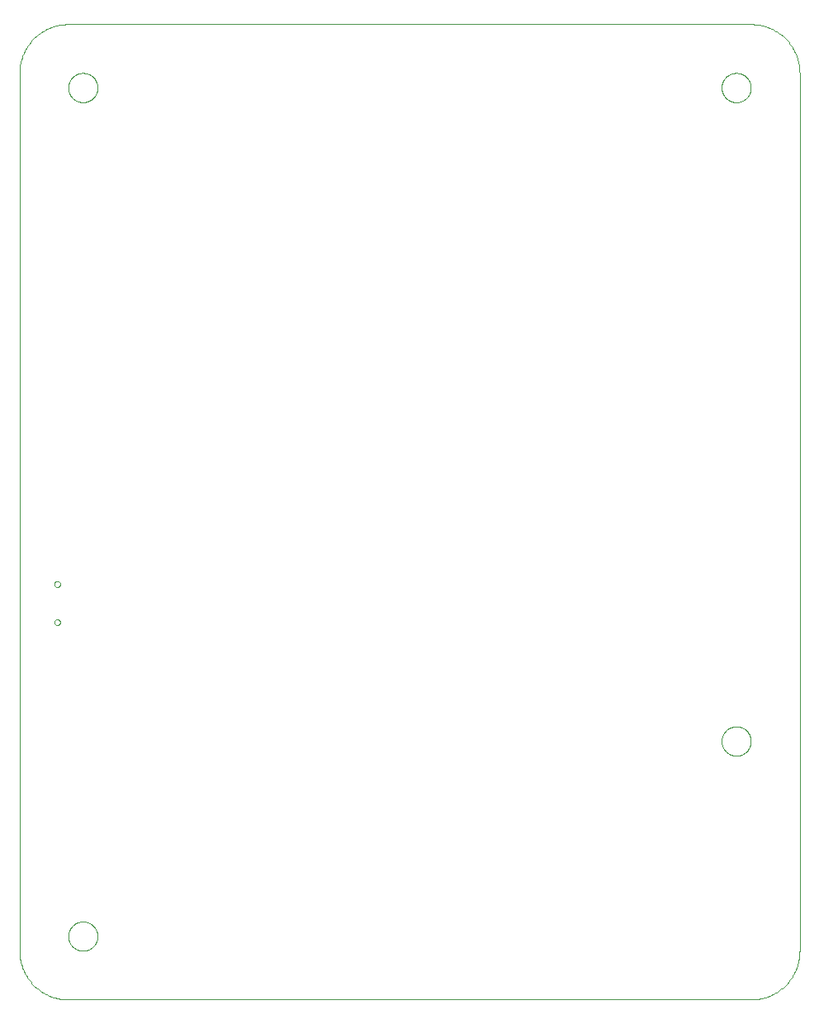
<source format=gbp>
G75*
%MOIN*%
%OFA0B0*%
%FSLAX25Y25*%
%IPPOS*%
%LPD*%
%AMOC8*
5,1,8,0,0,1.08239X$1,22.5*
%
%ADD10C,0.00000*%
D10*
X0021500Y0036185D02*
X0021500Y0390516D01*
X0021506Y0390992D01*
X0021523Y0391467D01*
X0021552Y0391942D01*
X0021592Y0392416D01*
X0021644Y0392889D01*
X0021707Y0393360D01*
X0021781Y0393830D01*
X0021867Y0394298D01*
X0021964Y0394764D01*
X0022072Y0395227D01*
X0022191Y0395687D01*
X0022322Y0396145D01*
X0022463Y0396599D01*
X0022616Y0397050D01*
X0022779Y0397496D01*
X0022953Y0397939D01*
X0023138Y0398377D01*
X0023333Y0398811D01*
X0023539Y0399240D01*
X0023755Y0399664D01*
X0023981Y0400083D01*
X0024217Y0400496D01*
X0024463Y0400903D01*
X0024719Y0401304D01*
X0024985Y0401698D01*
X0025260Y0402087D01*
X0025544Y0402468D01*
X0025837Y0402842D01*
X0026139Y0403210D01*
X0026451Y0403570D01*
X0026770Y0403922D01*
X0027098Y0404266D01*
X0027435Y0404603D01*
X0027779Y0404931D01*
X0028131Y0405250D01*
X0028491Y0405562D01*
X0028859Y0405864D01*
X0029233Y0406157D01*
X0029614Y0406441D01*
X0030003Y0406716D01*
X0030397Y0406982D01*
X0030798Y0407238D01*
X0031205Y0407484D01*
X0031618Y0407720D01*
X0032037Y0407946D01*
X0032461Y0408162D01*
X0032890Y0408368D01*
X0033324Y0408563D01*
X0033762Y0408748D01*
X0034205Y0408922D01*
X0034651Y0409085D01*
X0035102Y0409238D01*
X0035556Y0409379D01*
X0036014Y0409510D01*
X0036474Y0409629D01*
X0036937Y0409737D01*
X0037403Y0409834D01*
X0037871Y0409920D01*
X0038341Y0409994D01*
X0038812Y0410057D01*
X0039285Y0410109D01*
X0039759Y0410149D01*
X0040234Y0410178D01*
X0040709Y0410195D01*
X0041185Y0410201D01*
X0316776Y0410201D01*
X0317252Y0410195D01*
X0317727Y0410178D01*
X0318202Y0410149D01*
X0318676Y0410109D01*
X0319149Y0410057D01*
X0319620Y0409994D01*
X0320090Y0409920D01*
X0320558Y0409834D01*
X0321024Y0409737D01*
X0321487Y0409629D01*
X0321947Y0409510D01*
X0322405Y0409379D01*
X0322859Y0409238D01*
X0323310Y0409085D01*
X0323756Y0408922D01*
X0324199Y0408748D01*
X0324637Y0408563D01*
X0325071Y0408368D01*
X0325500Y0408162D01*
X0325924Y0407946D01*
X0326343Y0407720D01*
X0326756Y0407484D01*
X0327163Y0407238D01*
X0327564Y0406982D01*
X0327958Y0406716D01*
X0328347Y0406441D01*
X0328728Y0406157D01*
X0329102Y0405864D01*
X0329470Y0405562D01*
X0329830Y0405250D01*
X0330182Y0404931D01*
X0330526Y0404603D01*
X0330863Y0404266D01*
X0331191Y0403922D01*
X0331510Y0403570D01*
X0331822Y0403210D01*
X0332124Y0402842D01*
X0332417Y0402468D01*
X0332701Y0402087D01*
X0332976Y0401698D01*
X0333242Y0401304D01*
X0333498Y0400903D01*
X0333744Y0400496D01*
X0333980Y0400083D01*
X0334206Y0399664D01*
X0334422Y0399240D01*
X0334628Y0398811D01*
X0334823Y0398377D01*
X0335008Y0397939D01*
X0335182Y0397496D01*
X0335345Y0397050D01*
X0335498Y0396599D01*
X0335639Y0396145D01*
X0335770Y0395687D01*
X0335889Y0395227D01*
X0335997Y0394764D01*
X0336094Y0394298D01*
X0336180Y0393830D01*
X0336254Y0393360D01*
X0336317Y0392889D01*
X0336369Y0392416D01*
X0336409Y0391942D01*
X0336438Y0391467D01*
X0336455Y0390992D01*
X0336461Y0390516D01*
X0336461Y0036185D01*
X0336455Y0035709D01*
X0336438Y0035234D01*
X0336409Y0034759D01*
X0336369Y0034285D01*
X0336317Y0033812D01*
X0336254Y0033341D01*
X0336180Y0032871D01*
X0336094Y0032403D01*
X0335997Y0031937D01*
X0335889Y0031474D01*
X0335770Y0031014D01*
X0335639Y0030556D01*
X0335498Y0030102D01*
X0335345Y0029651D01*
X0335182Y0029205D01*
X0335008Y0028762D01*
X0334823Y0028324D01*
X0334628Y0027890D01*
X0334422Y0027461D01*
X0334206Y0027037D01*
X0333980Y0026618D01*
X0333744Y0026205D01*
X0333498Y0025798D01*
X0333242Y0025397D01*
X0332976Y0025003D01*
X0332701Y0024614D01*
X0332417Y0024233D01*
X0332124Y0023859D01*
X0331822Y0023491D01*
X0331510Y0023131D01*
X0331191Y0022779D01*
X0330863Y0022435D01*
X0330526Y0022098D01*
X0330182Y0021770D01*
X0329830Y0021451D01*
X0329470Y0021139D01*
X0329102Y0020837D01*
X0328728Y0020544D01*
X0328347Y0020260D01*
X0327958Y0019985D01*
X0327564Y0019719D01*
X0327163Y0019463D01*
X0326756Y0019217D01*
X0326343Y0018981D01*
X0325924Y0018755D01*
X0325500Y0018539D01*
X0325071Y0018333D01*
X0324637Y0018138D01*
X0324199Y0017953D01*
X0323756Y0017779D01*
X0323310Y0017616D01*
X0322859Y0017463D01*
X0322405Y0017322D01*
X0321947Y0017191D01*
X0321487Y0017072D01*
X0321024Y0016964D01*
X0320558Y0016867D01*
X0320090Y0016781D01*
X0319620Y0016707D01*
X0319149Y0016644D01*
X0318676Y0016592D01*
X0318202Y0016552D01*
X0317727Y0016523D01*
X0317252Y0016506D01*
X0316776Y0016500D01*
X0041185Y0016500D01*
X0040709Y0016506D01*
X0040234Y0016523D01*
X0039759Y0016552D01*
X0039285Y0016592D01*
X0038812Y0016644D01*
X0038341Y0016707D01*
X0037871Y0016781D01*
X0037403Y0016867D01*
X0036937Y0016964D01*
X0036474Y0017072D01*
X0036014Y0017191D01*
X0035556Y0017322D01*
X0035102Y0017463D01*
X0034651Y0017616D01*
X0034205Y0017779D01*
X0033762Y0017953D01*
X0033324Y0018138D01*
X0032890Y0018333D01*
X0032461Y0018539D01*
X0032037Y0018755D01*
X0031618Y0018981D01*
X0031205Y0019217D01*
X0030798Y0019463D01*
X0030397Y0019719D01*
X0030003Y0019985D01*
X0029614Y0020260D01*
X0029233Y0020544D01*
X0028859Y0020837D01*
X0028491Y0021139D01*
X0028131Y0021451D01*
X0027779Y0021770D01*
X0027435Y0022098D01*
X0027098Y0022435D01*
X0026770Y0022779D01*
X0026451Y0023131D01*
X0026139Y0023491D01*
X0025837Y0023859D01*
X0025544Y0024233D01*
X0025260Y0024614D01*
X0024985Y0025003D01*
X0024719Y0025397D01*
X0024463Y0025798D01*
X0024217Y0026205D01*
X0023981Y0026618D01*
X0023755Y0027037D01*
X0023539Y0027461D01*
X0023333Y0027890D01*
X0023138Y0028324D01*
X0022953Y0028762D01*
X0022779Y0029205D01*
X0022616Y0029651D01*
X0022463Y0030102D01*
X0022322Y0030556D01*
X0022191Y0031014D01*
X0022072Y0031474D01*
X0021964Y0031937D01*
X0021867Y0032403D01*
X0021781Y0032871D01*
X0021707Y0033341D01*
X0021644Y0033812D01*
X0021592Y0034285D01*
X0021552Y0034759D01*
X0021523Y0035234D01*
X0021506Y0035709D01*
X0021500Y0036185D01*
X0041185Y0042091D02*
X0041187Y0042244D01*
X0041193Y0042398D01*
X0041203Y0042551D01*
X0041217Y0042703D01*
X0041235Y0042856D01*
X0041257Y0043007D01*
X0041282Y0043158D01*
X0041312Y0043309D01*
X0041346Y0043459D01*
X0041383Y0043607D01*
X0041424Y0043755D01*
X0041469Y0043901D01*
X0041518Y0044047D01*
X0041571Y0044191D01*
X0041627Y0044333D01*
X0041687Y0044474D01*
X0041751Y0044614D01*
X0041818Y0044752D01*
X0041889Y0044888D01*
X0041964Y0045022D01*
X0042041Y0045154D01*
X0042123Y0045284D01*
X0042207Y0045412D01*
X0042295Y0045538D01*
X0042386Y0045661D01*
X0042480Y0045782D01*
X0042578Y0045900D01*
X0042678Y0046016D01*
X0042782Y0046129D01*
X0042888Y0046240D01*
X0042997Y0046348D01*
X0043109Y0046453D01*
X0043223Y0046554D01*
X0043341Y0046653D01*
X0043460Y0046749D01*
X0043582Y0046842D01*
X0043707Y0046931D01*
X0043834Y0047018D01*
X0043963Y0047100D01*
X0044094Y0047180D01*
X0044227Y0047256D01*
X0044362Y0047329D01*
X0044499Y0047398D01*
X0044638Y0047463D01*
X0044778Y0047525D01*
X0044920Y0047583D01*
X0045063Y0047638D01*
X0045208Y0047689D01*
X0045354Y0047736D01*
X0045501Y0047779D01*
X0045649Y0047818D01*
X0045798Y0047854D01*
X0045948Y0047885D01*
X0046099Y0047913D01*
X0046250Y0047937D01*
X0046403Y0047957D01*
X0046555Y0047973D01*
X0046708Y0047985D01*
X0046861Y0047993D01*
X0047014Y0047997D01*
X0047168Y0047997D01*
X0047321Y0047993D01*
X0047474Y0047985D01*
X0047627Y0047973D01*
X0047779Y0047957D01*
X0047932Y0047937D01*
X0048083Y0047913D01*
X0048234Y0047885D01*
X0048384Y0047854D01*
X0048533Y0047818D01*
X0048681Y0047779D01*
X0048828Y0047736D01*
X0048974Y0047689D01*
X0049119Y0047638D01*
X0049262Y0047583D01*
X0049404Y0047525D01*
X0049544Y0047463D01*
X0049683Y0047398D01*
X0049820Y0047329D01*
X0049955Y0047256D01*
X0050088Y0047180D01*
X0050219Y0047100D01*
X0050348Y0047018D01*
X0050475Y0046931D01*
X0050600Y0046842D01*
X0050722Y0046749D01*
X0050841Y0046653D01*
X0050959Y0046554D01*
X0051073Y0046453D01*
X0051185Y0046348D01*
X0051294Y0046240D01*
X0051400Y0046129D01*
X0051504Y0046016D01*
X0051604Y0045900D01*
X0051702Y0045782D01*
X0051796Y0045661D01*
X0051887Y0045538D01*
X0051975Y0045412D01*
X0052059Y0045284D01*
X0052141Y0045154D01*
X0052218Y0045022D01*
X0052293Y0044888D01*
X0052364Y0044752D01*
X0052431Y0044614D01*
X0052495Y0044474D01*
X0052555Y0044333D01*
X0052611Y0044191D01*
X0052664Y0044047D01*
X0052713Y0043901D01*
X0052758Y0043755D01*
X0052799Y0043607D01*
X0052836Y0043459D01*
X0052870Y0043309D01*
X0052900Y0043158D01*
X0052925Y0043007D01*
X0052947Y0042856D01*
X0052965Y0042703D01*
X0052979Y0042551D01*
X0052989Y0042398D01*
X0052995Y0042244D01*
X0052997Y0042091D01*
X0052995Y0041938D01*
X0052989Y0041784D01*
X0052979Y0041631D01*
X0052965Y0041479D01*
X0052947Y0041326D01*
X0052925Y0041175D01*
X0052900Y0041024D01*
X0052870Y0040873D01*
X0052836Y0040723D01*
X0052799Y0040575D01*
X0052758Y0040427D01*
X0052713Y0040281D01*
X0052664Y0040135D01*
X0052611Y0039991D01*
X0052555Y0039849D01*
X0052495Y0039708D01*
X0052431Y0039568D01*
X0052364Y0039430D01*
X0052293Y0039294D01*
X0052218Y0039160D01*
X0052141Y0039028D01*
X0052059Y0038898D01*
X0051975Y0038770D01*
X0051887Y0038644D01*
X0051796Y0038521D01*
X0051702Y0038400D01*
X0051604Y0038282D01*
X0051504Y0038166D01*
X0051400Y0038053D01*
X0051294Y0037942D01*
X0051185Y0037834D01*
X0051073Y0037729D01*
X0050959Y0037628D01*
X0050841Y0037529D01*
X0050722Y0037433D01*
X0050600Y0037340D01*
X0050475Y0037251D01*
X0050348Y0037164D01*
X0050219Y0037082D01*
X0050088Y0037002D01*
X0049955Y0036926D01*
X0049820Y0036853D01*
X0049683Y0036784D01*
X0049544Y0036719D01*
X0049404Y0036657D01*
X0049262Y0036599D01*
X0049119Y0036544D01*
X0048974Y0036493D01*
X0048828Y0036446D01*
X0048681Y0036403D01*
X0048533Y0036364D01*
X0048384Y0036328D01*
X0048234Y0036297D01*
X0048083Y0036269D01*
X0047932Y0036245D01*
X0047779Y0036225D01*
X0047627Y0036209D01*
X0047474Y0036197D01*
X0047321Y0036189D01*
X0047168Y0036185D01*
X0047014Y0036185D01*
X0046861Y0036189D01*
X0046708Y0036197D01*
X0046555Y0036209D01*
X0046403Y0036225D01*
X0046250Y0036245D01*
X0046099Y0036269D01*
X0045948Y0036297D01*
X0045798Y0036328D01*
X0045649Y0036364D01*
X0045501Y0036403D01*
X0045354Y0036446D01*
X0045208Y0036493D01*
X0045063Y0036544D01*
X0044920Y0036599D01*
X0044778Y0036657D01*
X0044638Y0036719D01*
X0044499Y0036784D01*
X0044362Y0036853D01*
X0044227Y0036926D01*
X0044094Y0037002D01*
X0043963Y0037082D01*
X0043834Y0037164D01*
X0043707Y0037251D01*
X0043582Y0037340D01*
X0043460Y0037433D01*
X0043341Y0037529D01*
X0043223Y0037628D01*
X0043109Y0037729D01*
X0042997Y0037834D01*
X0042888Y0037942D01*
X0042782Y0038053D01*
X0042678Y0038166D01*
X0042578Y0038282D01*
X0042480Y0038400D01*
X0042386Y0038521D01*
X0042295Y0038644D01*
X0042207Y0038770D01*
X0042123Y0038898D01*
X0042041Y0039028D01*
X0041964Y0039160D01*
X0041889Y0039294D01*
X0041818Y0039430D01*
X0041751Y0039568D01*
X0041687Y0039708D01*
X0041627Y0039849D01*
X0041571Y0039991D01*
X0041518Y0040135D01*
X0041469Y0040281D01*
X0041424Y0040427D01*
X0041383Y0040575D01*
X0041346Y0040723D01*
X0041312Y0040873D01*
X0041282Y0041024D01*
X0041257Y0041175D01*
X0041235Y0041326D01*
X0041217Y0041479D01*
X0041203Y0041631D01*
X0041193Y0041784D01*
X0041187Y0041938D01*
X0041185Y0042091D01*
X0035587Y0168823D02*
X0035589Y0168892D01*
X0035595Y0168960D01*
X0035605Y0169028D01*
X0035619Y0169095D01*
X0035637Y0169162D01*
X0035658Y0169227D01*
X0035684Y0169291D01*
X0035713Y0169353D01*
X0035745Y0169413D01*
X0035781Y0169472D01*
X0035821Y0169528D01*
X0035863Y0169582D01*
X0035909Y0169633D01*
X0035958Y0169682D01*
X0036009Y0169728D01*
X0036063Y0169770D01*
X0036119Y0169810D01*
X0036177Y0169846D01*
X0036238Y0169878D01*
X0036300Y0169907D01*
X0036364Y0169933D01*
X0036429Y0169954D01*
X0036496Y0169972D01*
X0036563Y0169986D01*
X0036631Y0169996D01*
X0036699Y0170002D01*
X0036768Y0170004D01*
X0036837Y0170002D01*
X0036905Y0169996D01*
X0036973Y0169986D01*
X0037040Y0169972D01*
X0037107Y0169954D01*
X0037172Y0169933D01*
X0037236Y0169907D01*
X0037298Y0169878D01*
X0037358Y0169846D01*
X0037417Y0169810D01*
X0037473Y0169770D01*
X0037527Y0169728D01*
X0037578Y0169682D01*
X0037627Y0169633D01*
X0037673Y0169582D01*
X0037715Y0169528D01*
X0037755Y0169472D01*
X0037791Y0169413D01*
X0037823Y0169353D01*
X0037852Y0169291D01*
X0037878Y0169227D01*
X0037899Y0169162D01*
X0037917Y0169095D01*
X0037931Y0169028D01*
X0037941Y0168960D01*
X0037947Y0168892D01*
X0037949Y0168823D01*
X0037947Y0168754D01*
X0037941Y0168686D01*
X0037931Y0168618D01*
X0037917Y0168551D01*
X0037899Y0168484D01*
X0037878Y0168419D01*
X0037852Y0168355D01*
X0037823Y0168293D01*
X0037791Y0168232D01*
X0037755Y0168174D01*
X0037715Y0168118D01*
X0037673Y0168064D01*
X0037627Y0168013D01*
X0037578Y0167964D01*
X0037527Y0167918D01*
X0037473Y0167876D01*
X0037417Y0167836D01*
X0037359Y0167800D01*
X0037298Y0167768D01*
X0037236Y0167739D01*
X0037172Y0167713D01*
X0037107Y0167692D01*
X0037040Y0167674D01*
X0036973Y0167660D01*
X0036905Y0167650D01*
X0036837Y0167644D01*
X0036768Y0167642D01*
X0036699Y0167644D01*
X0036631Y0167650D01*
X0036563Y0167660D01*
X0036496Y0167674D01*
X0036429Y0167692D01*
X0036364Y0167713D01*
X0036300Y0167739D01*
X0036238Y0167768D01*
X0036177Y0167800D01*
X0036119Y0167836D01*
X0036063Y0167876D01*
X0036009Y0167918D01*
X0035958Y0167964D01*
X0035909Y0168013D01*
X0035863Y0168064D01*
X0035821Y0168118D01*
X0035781Y0168174D01*
X0035745Y0168232D01*
X0035713Y0168293D01*
X0035684Y0168355D01*
X0035658Y0168419D01*
X0035637Y0168484D01*
X0035619Y0168551D01*
X0035605Y0168618D01*
X0035595Y0168686D01*
X0035589Y0168754D01*
X0035587Y0168823D01*
X0035587Y0184177D02*
X0035589Y0184246D01*
X0035595Y0184314D01*
X0035605Y0184382D01*
X0035619Y0184449D01*
X0035637Y0184516D01*
X0035658Y0184581D01*
X0035684Y0184645D01*
X0035713Y0184707D01*
X0035745Y0184767D01*
X0035781Y0184826D01*
X0035821Y0184882D01*
X0035863Y0184936D01*
X0035909Y0184987D01*
X0035958Y0185036D01*
X0036009Y0185082D01*
X0036063Y0185124D01*
X0036119Y0185164D01*
X0036177Y0185200D01*
X0036238Y0185232D01*
X0036300Y0185261D01*
X0036364Y0185287D01*
X0036429Y0185308D01*
X0036496Y0185326D01*
X0036563Y0185340D01*
X0036631Y0185350D01*
X0036699Y0185356D01*
X0036768Y0185358D01*
X0036837Y0185356D01*
X0036905Y0185350D01*
X0036973Y0185340D01*
X0037040Y0185326D01*
X0037107Y0185308D01*
X0037172Y0185287D01*
X0037236Y0185261D01*
X0037298Y0185232D01*
X0037358Y0185200D01*
X0037417Y0185164D01*
X0037473Y0185124D01*
X0037527Y0185082D01*
X0037578Y0185036D01*
X0037627Y0184987D01*
X0037673Y0184936D01*
X0037715Y0184882D01*
X0037755Y0184826D01*
X0037791Y0184767D01*
X0037823Y0184707D01*
X0037852Y0184645D01*
X0037878Y0184581D01*
X0037899Y0184516D01*
X0037917Y0184449D01*
X0037931Y0184382D01*
X0037941Y0184314D01*
X0037947Y0184246D01*
X0037949Y0184177D01*
X0037947Y0184108D01*
X0037941Y0184040D01*
X0037931Y0183972D01*
X0037917Y0183905D01*
X0037899Y0183838D01*
X0037878Y0183773D01*
X0037852Y0183709D01*
X0037823Y0183647D01*
X0037791Y0183586D01*
X0037755Y0183528D01*
X0037715Y0183472D01*
X0037673Y0183418D01*
X0037627Y0183367D01*
X0037578Y0183318D01*
X0037527Y0183272D01*
X0037473Y0183230D01*
X0037417Y0183190D01*
X0037359Y0183154D01*
X0037298Y0183122D01*
X0037236Y0183093D01*
X0037172Y0183067D01*
X0037107Y0183046D01*
X0037040Y0183028D01*
X0036973Y0183014D01*
X0036905Y0183004D01*
X0036837Y0182998D01*
X0036768Y0182996D01*
X0036699Y0182998D01*
X0036631Y0183004D01*
X0036563Y0183014D01*
X0036496Y0183028D01*
X0036429Y0183046D01*
X0036364Y0183067D01*
X0036300Y0183093D01*
X0036238Y0183122D01*
X0036177Y0183154D01*
X0036119Y0183190D01*
X0036063Y0183230D01*
X0036009Y0183272D01*
X0035958Y0183318D01*
X0035909Y0183367D01*
X0035863Y0183418D01*
X0035821Y0183472D01*
X0035781Y0183528D01*
X0035745Y0183586D01*
X0035713Y0183647D01*
X0035684Y0183709D01*
X0035658Y0183773D01*
X0035637Y0183838D01*
X0035619Y0183905D01*
X0035605Y0183972D01*
X0035595Y0184040D01*
X0035589Y0184108D01*
X0035587Y0184177D01*
X0041185Y0384610D02*
X0041187Y0384763D01*
X0041193Y0384917D01*
X0041203Y0385070D01*
X0041217Y0385222D01*
X0041235Y0385375D01*
X0041257Y0385526D01*
X0041282Y0385677D01*
X0041312Y0385828D01*
X0041346Y0385978D01*
X0041383Y0386126D01*
X0041424Y0386274D01*
X0041469Y0386420D01*
X0041518Y0386566D01*
X0041571Y0386710D01*
X0041627Y0386852D01*
X0041687Y0386993D01*
X0041751Y0387133D01*
X0041818Y0387271D01*
X0041889Y0387407D01*
X0041964Y0387541D01*
X0042041Y0387673D01*
X0042123Y0387803D01*
X0042207Y0387931D01*
X0042295Y0388057D01*
X0042386Y0388180D01*
X0042480Y0388301D01*
X0042578Y0388419D01*
X0042678Y0388535D01*
X0042782Y0388648D01*
X0042888Y0388759D01*
X0042997Y0388867D01*
X0043109Y0388972D01*
X0043223Y0389073D01*
X0043341Y0389172D01*
X0043460Y0389268D01*
X0043582Y0389361D01*
X0043707Y0389450D01*
X0043834Y0389537D01*
X0043963Y0389619D01*
X0044094Y0389699D01*
X0044227Y0389775D01*
X0044362Y0389848D01*
X0044499Y0389917D01*
X0044638Y0389982D01*
X0044778Y0390044D01*
X0044920Y0390102D01*
X0045063Y0390157D01*
X0045208Y0390208D01*
X0045354Y0390255D01*
X0045501Y0390298D01*
X0045649Y0390337D01*
X0045798Y0390373D01*
X0045948Y0390404D01*
X0046099Y0390432D01*
X0046250Y0390456D01*
X0046403Y0390476D01*
X0046555Y0390492D01*
X0046708Y0390504D01*
X0046861Y0390512D01*
X0047014Y0390516D01*
X0047168Y0390516D01*
X0047321Y0390512D01*
X0047474Y0390504D01*
X0047627Y0390492D01*
X0047779Y0390476D01*
X0047932Y0390456D01*
X0048083Y0390432D01*
X0048234Y0390404D01*
X0048384Y0390373D01*
X0048533Y0390337D01*
X0048681Y0390298D01*
X0048828Y0390255D01*
X0048974Y0390208D01*
X0049119Y0390157D01*
X0049262Y0390102D01*
X0049404Y0390044D01*
X0049544Y0389982D01*
X0049683Y0389917D01*
X0049820Y0389848D01*
X0049955Y0389775D01*
X0050088Y0389699D01*
X0050219Y0389619D01*
X0050348Y0389537D01*
X0050475Y0389450D01*
X0050600Y0389361D01*
X0050722Y0389268D01*
X0050841Y0389172D01*
X0050959Y0389073D01*
X0051073Y0388972D01*
X0051185Y0388867D01*
X0051294Y0388759D01*
X0051400Y0388648D01*
X0051504Y0388535D01*
X0051604Y0388419D01*
X0051702Y0388301D01*
X0051796Y0388180D01*
X0051887Y0388057D01*
X0051975Y0387931D01*
X0052059Y0387803D01*
X0052141Y0387673D01*
X0052218Y0387541D01*
X0052293Y0387407D01*
X0052364Y0387271D01*
X0052431Y0387133D01*
X0052495Y0386993D01*
X0052555Y0386852D01*
X0052611Y0386710D01*
X0052664Y0386566D01*
X0052713Y0386420D01*
X0052758Y0386274D01*
X0052799Y0386126D01*
X0052836Y0385978D01*
X0052870Y0385828D01*
X0052900Y0385677D01*
X0052925Y0385526D01*
X0052947Y0385375D01*
X0052965Y0385222D01*
X0052979Y0385070D01*
X0052989Y0384917D01*
X0052995Y0384763D01*
X0052997Y0384610D01*
X0052995Y0384457D01*
X0052989Y0384303D01*
X0052979Y0384150D01*
X0052965Y0383998D01*
X0052947Y0383845D01*
X0052925Y0383694D01*
X0052900Y0383543D01*
X0052870Y0383392D01*
X0052836Y0383242D01*
X0052799Y0383094D01*
X0052758Y0382946D01*
X0052713Y0382800D01*
X0052664Y0382654D01*
X0052611Y0382510D01*
X0052555Y0382368D01*
X0052495Y0382227D01*
X0052431Y0382087D01*
X0052364Y0381949D01*
X0052293Y0381813D01*
X0052218Y0381679D01*
X0052141Y0381547D01*
X0052059Y0381417D01*
X0051975Y0381289D01*
X0051887Y0381163D01*
X0051796Y0381040D01*
X0051702Y0380919D01*
X0051604Y0380801D01*
X0051504Y0380685D01*
X0051400Y0380572D01*
X0051294Y0380461D01*
X0051185Y0380353D01*
X0051073Y0380248D01*
X0050959Y0380147D01*
X0050841Y0380048D01*
X0050722Y0379952D01*
X0050600Y0379859D01*
X0050475Y0379770D01*
X0050348Y0379683D01*
X0050219Y0379601D01*
X0050088Y0379521D01*
X0049955Y0379445D01*
X0049820Y0379372D01*
X0049683Y0379303D01*
X0049544Y0379238D01*
X0049404Y0379176D01*
X0049262Y0379118D01*
X0049119Y0379063D01*
X0048974Y0379012D01*
X0048828Y0378965D01*
X0048681Y0378922D01*
X0048533Y0378883D01*
X0048384Y0378847D01*
X0048234Y0378816D01*
X0048083Y0378788D01*
X0047932Y0378764D01*
X0047779Y0378744D01*
X0047627Y0378728D01*
X0047474Y0378716D01*
X0047321Y0378708D01*
X0047168Y0378704D01*
X0047014Y0378704D01*
X0046861Y0378708D01*
X0046708Y0378716D01*
X0046555Y0378728D01*
X0046403Y0378744D01*
X0046250Y0378764D01*
X0046099Y0378788D01*
X0045948Y0378816D01*
X0045798Y0378847D01*
X0045649Y0378883D01*
X0045501Y0378922D01*
X0045354Y0378965D01*
X0045208Y0379012D01*
X0045063Y0379063D01*
X0044920Y0379118D01*
X0044778Y0379176D01*
X0044638Y0379238D01*
X0044499Y0379303D01*
X0044362Y0379372D01*
X0044227Y0379445D01*
X0044094Y0379521D01*
X0043963Y0379601D01*
X0043834Y0379683D01*
X0043707Y0379770D01*
X0043582Y0379859D01*
X0043460Y0379952D01*
X0043341Y0380048D01*
X0043223Y0380147D01*
X0043109Y0380248D01*
X0042997Y0380353D01*
X0042888Y0380461D01*
X0042782Y0380572D01*
X0042678Y0380685D01*
X0042578Y0380801D01*
X0042480Y0380919D01*
X0042386Y0381040D01*
X0042295Y0381163D01*
X0042207Y0381289D01*
X0042123Y0381417D01*
X0042041Y0381547D01*
X0041964Y0381679D01*
X0041889Y0381813D01*
X0041818Y0381949D01*
X0041751Y0382087D01*
X0041687Y0382227D01*
X0041627Y0382368D01*
X0041571Y0382510D01*
X0041518Y0382654D01*
X0041469Y0382800D01*
X0041424Y0382946D01*
X0041383Y0383094D01*
X0041346Y0383242D01*
X0041312Y0383392D01*
X0041282Y0383543D01*
X0041257Y0383694D01*
X0041235Y0383845D01*
X0041217Y0383998D01*
X0041203Y0384150D01*
X0041193Y0384303D01*
X0041187Y0384457D01*
X0041185Y0384610D01*
X0304964Y0384610D02*
X0304966Y0384763D01*
X0304972Y0384917D01*
X0304982Y0385070D01*
X0304996Y0385222D01*
X0305014Y0385375D01*
X0305036Y0385526D01*
X0305061Y0385677D01*
X0305091Y0385828D01*
X0305125Y0385978D01*
X0305162Y0386126D01*
X0305203Y0386274D01*
X0305248Y0386420D01*
X0305297Y0386566D01*
X0305350Y0386710D01*
X0305406Y0386852D01*
X0305466Y0386993D01*
X0305530Y0387133D01*
X0305597Y0387271D01*
X0305668Y0387407D01*
X0305743Y0387541D01*
X0305820Y0387673D01*
X0305902Y0387803D01*
X0305986Y0387931D01*
X0306074Y0388057D01*
X0306165Y0388180D01*
X0306259Y0388301D01*
X0306357Y0388419D01*
X0306457Y0388535D01*
X0306561Y0388648D01*
X0306667Y0388759D01*
X0306776Y0388867D01*
X0306888Y0388972D01*
X0307002Y0389073D01*
X0307120Y0389172D01*
X0307239Y0389268D01*
X0307361Y0389361D01*
X0307486Y0389450D01*
X0307613Y0389537D01*
X0307742Y0389619D01*
X0307873Y0389699D01*
X0308006Y0389775D01*
X0308141Y0389848D01*
X0308278Y0389917D01*
X0308417Y0389982D01*
X0308557Y0390044D01*
X0308699Y0390102D01*
X0308842Y0390157D01*
X0308987Y0390208D01*
X0309133Y0390255D01*
X0309280Y0390298D01*
X0309428Y0390337D01*
X0309577Y0390373D01*
X0309727Y0390404D01*
X0309878Y0390432D01*
X0310029Y0390456D01*
X0310182Y0390476D01*
X0310334Y0390492D01*
X0310487Y0390504D01*
X0310640Y0390512D01*
X0310793Y0390516D01*
X0310947Y0390516D01*
X0311100Y0390512D01*
X0311253Y0390504D01*
X0311406Y0390492D01*
X0311558Y0390476D01*
X0311711Y0390456D01*
X0311862Y0390432D01*
X0312013Y0390404D01*
X0312163Y0390373D01*
X0312312Y0390337D01*
X0312460Y0390298D01*
X0312607Y0390255D01*
X0312753Y0390208D01*
X0312898Y0390157D01*
X0313041Y0390102D01*
X0313183Y0390044D01*
X0313323Y0389982D01*
X0313462Y0389917D01*
X0313599Y0389848D01*
X0313734Y0389775D01*
X0313867Y0389699D01*
X0313998Y0389619D01*
X0314127Y0389537D01*
X0314254Y0389450D01*
X0314379Y0389361D01*
X0314501Y0389268D01*
X0314620Y0389172D01*
X0314738Y0389073D01*
X0314852Y0388972D01*
X0314964Y0388867D01*
X0315073Y0388759D01*
X0315179Y0388648D01*
X0315283Y0388535D01*
X0315383Y0388419D01*
X0315481Y0388301D01*
X0315575Y0388180D01*
X0315666Y0388057D01*
X0315754Y0387931D01*
X0315838Y0387803D01*
X0315920Y0387673D01*
X0315997Y0387541D01*
X0316072Y0387407D01*
X0316143Y0387271D01*
X0316210Y0387133D01*
X0316274Y0386993D01*
X0316334Y0386852D01*
X0316390Y0386710D01*
X0316443Y0386566D01*
X0316492Y0386420D01*
X0316537Y0386274D01*
X0316578Y0386126D01*
X0316615Y0385978D01*
X0316649Y0385828D01*
X0316679Y0385677D01*
X0316704Y0385526D01*
X0316726Y0385375D01*
X0316744Y0385222D01*
X0316758Y0385070D01*
X0316768Y0384917D01*
X0316774Y0384763D01*
X0316776Y0384610D01*
X0316774Y0384457D01*
X0316768Y0384303D01*
X0316758Y0384150D01*
X0316744Y0383998D01*
X0316726Y0383845D01*
X0316704Y0383694D01*
X0316679Y0383543D01*
X0316649Y0383392D01*
X0316615Y0383242D01*
X0316578Y0383094D01*
X0316537Y0382946D01*
X0316492Y0382800D01*
X0316443Y0382654D01*
X0316390Y0382510D01*
X0316334Y0382368D01*
X0316274Y0382227D01*
X0316210Y0382087D01*
X0316143Y0381949D01*
X0316072Y0381813D01*
X0315997Y0381679D01*
X0315920Y0381547D01*
X0315838Y0381417D01*
X0315754Y0381289D01*
X0315666Y0381163D01*
X0315575Y0381040D01*
X0315481Y0380919D01*
X0315383Y0380801D01*
X0315283Y0380685D01*
X0315179Y0380572D01*
X0315073Y0380461D01*
X0314964Y0380353D01*
X0314852Y0380248D01*
X0314738Y0380147D01*
X0314620Y0380048D01*
X0314501Y0379952D01*
X0314379Y0379859D01*
X0314254Y0379770D01*
X0314127Y0379683D01*
X0313998Y0379601D01*
X0313867Y0379521D01*
X0313734Y0379445D01*
X0313599Y0379372D01*
X0313462Y0379303D01*
X0313323Y0379238D01*
X0313183Y0379176D01*
X0313041Y0379118D01*
X0312898Y0379063D01*
X0312753Y0379012D01*
X0312607Y0378965D01*
X0312460Y0378922D01*
X0312312Y0378883D01*
X0312163Y0378847D01*
X0312013Y0378816D01*
X0311862Y0378788D01*
X0311711Y0378764D01*
X0311558Y0378744D01*
X0311406Y0378728D01*
X0311253Y0378716D01*
X0311100Y0378708D01*
X0310947Y0378704D01*
X0310793Y0378704D01*
X0310640Y0378708D01*
X0310487Y0378716D01*
X0310334Y0378728D01*
X0310182Y0378744D01*
X0310029Y0378764D01*
X0309878Y0378788D01*
X0309727Y0378816D01*
X0309577Y0378847D01*
X0309428Y0378883D01*
X0309280Y0378922D01*
X0309133Y0378965D01*
X0308987Y0379012D01*
X0308842Y0379063D01*
X0308699Y0379118D01*
X0308557Y0379176D01*
X0308417Y0379238D01*
X0308278Y0379303D01*
X0308141Y0379372D01*
X0308006Y0379445D01*
X0307873Y0379521D01*
X0307742Y0379601D01*
X0307613Y0379683D01*
X0307486Y0379770D01*
X0307361Y0379859D01*
X0307239Y0379952D01*
X0307120Y0380048D01*
X0307002Y0380147D01*
X0306888Y0380248D01*
X0306776Y0380353D01*
X0306667Y0380461D01*
X0306561Y0380572D01*
X0306457Y0380685D01*
X0306357Y0380801D01*
X0306259Y0380919D01*
X0306165Y0381040D01*
X0306074Y0381163D01*
X0305986Y0381289D01*
X0305902Y0381417D01*
X0305820Y0381547D01*
X0305743Y0381679D01*
X0305668Y0381813D01*
X0305597Y0381949D01*
X0305530Y0382087D01*
X0305466Y0382227D01*
X0305406Y0382368D01*
X0305350Y0382510D01*
X0305297Y0382654D01*
X0305248Y0382800D01*
X0305203Y0382946D01*
X0305162Y0383094D01*
X0305125Y0383242D01*
X0305091Y0383392D01*
X0305061Y0383543D01*
X0305036Y0383694D01*
X0305014Y0383845D01*
X0304996Y0383998D01*
X0304982Y0384150D01*
X0304972Y0384303D01*
X0304966Y0384457D01*
X0304964Y0384610D01*
X0304964Y0120831D02*
X0304966Y0120984D01*
X0304972Y0121138D01*
X0304982Y0121291D01*
X0304996Y0121443D01*
X0305014Y0121596D01*
X0305036Y0121747D01*
X0305061Y0121898D01*
X0305091Y0122049D01*
X0305125Y0122199D01*
X0305162Y0122347D01*
X0305203Y0122495D01*
X0305248Y0122641D01*
X0305297Y0122787D01*
X0305350Y0122931D01*
X0305406Y0123073D01*
X0305466Y0123214D01*
X0305530Y0123354D01*
X0305597Y0123492D01*
X0305668Y0123628D01*
X0305743Y0123762D01*
X0305820Y0123894D01*
X0305902Y0124024D01*
X0305986Y0124152D01*
X0306074Y0124278D01*
X0306165Y0124401D01*
X0306259Y0124522D01*
X0306357Y0124640D01*
X0306457Y0124756D01*
X0306561Y0124869D01*
X0306667Y0124980D01*
X0306776Y0125088D01*
X0306888Y0125193D01*
X0307002Y0125294D01*
X0307120Y0125393D01*
X0307239Y0125489D01*
X0307361Y0125582D01*
X0307486Y0125671D01*
X0307613Y0125758D01*
X0307742Y0125840D01*
X0307873Y0125920D01*
X0308006Y0125996D01*
X0308141Y0126069D01*
X0308278Y0126138D01*
X0308417Y0126203D01*
X0308557Y0126265D01*
X0308699Y0126323D01*
X0308842Y0126378D01*
X0308987Y0126429D01*
X0309133Y0126476D01*
X0309280Y0126519D01*
X0309428Y0126558D01*
X0309577Y0126594D01*
X0309727Y0126625D01*
X0309878Y0126653D01*
X0310029Y0126677D01*
X0310182Y0126697D01*
X0310334Y0126713D01*
X0310487Y0126725D01*
X0310640Y0126733D01*
X0310793Y0126737D01*
X0310947Y0126737D01*
X0311100Y0126733D01*
X0311253Y0126725D01*
X0311406Y0126713D01*
X0311558Y0126697D01*
X0311711Y0126677D01*
X0311862Y0126653D01*
X0312013Y0126625D01*
X0312163Y0126594D01*
X0312312Y0126558D01*
X0312460Y0126519D01*
X0312607Y0126476D01*
X0312753Y0126429D01*
X0312898Y0126378D01*
X0313041Y0126323D01*
X0313183Y0126265D01*
X0313323Y0126203D01*
X0313462Y0126138D01*
X0313599Y0126069D01*
X0313734Y0125996D01*
X0313867Y0125920D01*
X0313998Y0125840D01*
X0314127Y0125758D01*
X0314254Y0125671D01*
X0314379Y0125582D01*
X0314501Y0125489D01*
X0314620Y0125393D01*
X0314738Y0125294D01*
X0314852Y0125193D01*
X0314964Y0125088D01*
X0315073Y0124980D01*
X0315179Y0124869D01*
X0315283Y0124756D01*
X0315383Y0124640D01*
X0315481Y0124522D01*
X0315575Y0124401D01*
X0315666Y0124278D01*
X0315754Y0124152D01*
X0315838Y0124024D01*
X0315920Y0123894D01*
X0315997Y0123762D01*
X0316072Y0123628D01*
X0316143Y0123492D01*
X0316210Y0123354D01*
X0316274Y0123214D01*
X0316334Y0123073D01*
X0316390Y0122931D01*
X0316443Y0122787D01*
X0316492Y0122641D01*
X0316537Y0122495D01*
X0316578Y0122347D01*
X0316615Y0122199D01*
X0316649Y0122049D01*
X0316679Y0121898D01*
X0316704Y0121747D01*
X0316726Y0121596D01*
X0316744Y0121443D01*
X0316758Y0121291D01*
X0316768Y0121138D01*
X0316774Y0120984D01*
X0316776Y0120831D01*
X0316774Y0120678D01*
X0316768Y0120524D01*
X0316758Y0120371D01*
X0316744Y0120219D01*
X0316726Y0120066D01*
X0316704Y0119915D01*
X0316679Y0119764D01*
X0316649Y0119613D01*
X0316615Y0119463D01*
X0316578Y0119315D01*
X0316537Y0119167D01*
X0316492Y0119021D01*
X0316443Y0118875D01*
X0316390Y0118731D01*
X0316334Y0118589D01*
X0316274Y0118448D01*
X0316210Y0118308D01*
X0316143Y0118170D01*
X0316072Y0118034D01*
X0315997Y0117900D01*
X0315920Y0117768D01*
X0315838Y0117638D01*
X0315754Y0117510D01*
X0315666Y0117384D01*
X0315575Y0117261D01*
X0315481Y0117140D01*
X0315383Y0117022D01*
X0315283Y0116906D01*
X0315179Y0116793D01*
X0315073Y0116682D01*
X0314964Y0116574D01*
X0314852Y0116469D01*
X0314738Y0116368D01*
X0314620Y0116269D01*
X0314501Y0116173D01*
X0314379Y0116080D01*
X0314254Y0115991D01*
X0314127Y0115904D01*
X0313998Y0115822D01*
X0313867Y0115742D01*
X0313734Y0115666D01*
X0313599Y0115593D01*
X0313462Y0115524D01*
X0313323Y0115459D01*
X0313183Y0115397D01*
X0313041Y0115339D01*
X0312898Y0115284D01*
X0312753Y0115233D01*
X0312607Y0115186D01*
X0312460Y0115143D01*
X0312312Y0115104D01*
X0312163Y0115068D01*
X0312013Y0115037D01*
X0311862Y0115009D01*
X0311711Y0114985D01*
X0311558Y0114965D01*
X0311406Y0114949D01*
X0311253Y0114937D01*
X0311100Y0114929D01*
X0310947Y0114925D01*
X0310793Y0114925D01*
X0310640Y0114929D01*
X0310487Y0114937D01*
X0310334Y0114949D01*
X0310182Y0114965D01*
X0310029Y0114985D01*
X0309878Y0115009D01*
X0309727Y0115037D01*
X0309577Y0115068D01*
X0309428Y0115104D01*
X0309280Y0115143D01*
X0309133Y0115186D01*
X0308987Y0115233D01*
X0308842Y0115284D01*
X0308699Y0115339D01*
X0308557Y0115397D01*
X0308417Y0115459D01*
X0308278Y0115524D01*
X0308141Y0115593D01*
X0308006Y0115666D01*
X0307873Y0115742D01*
X0307742Y0115822D01*
X0307613Y0115904D01*
X0307486Y0115991D01*
X0307361Y0116080D01*
X0307239Y0116173D01*
X0307120Y0116269D01*
X0307002Y0116368D01*
X0306888Y0116469D01*
X0306776Y0116574D01*
X0306667Y0116682D01*
X0306561Y0116793D01*
X0306457Y0116906D01*
X0306357Y0117022D01*
X0306259Y0117140D01*
X0306165Y0117261D01*
X0306074Y0117384D01*
X0305986Y0117510D01*
X0305902Y0117638D01*
X0305820Y0117768D01*
X0305743Y0117900D01*
X0305668Y0118034D01*
X0305597Y0118170D01*
X0305530Y0118308D01*
X0305466Y0118448D01*
X0305406Y0118589D01*
X0305350Y0118731D01*
X0305297Y0118875D01*
X0305248Y0119021D01*
X0305203Y0119167D01*
X0305162Y0119315D01*
X0305125Y0119463D01*
X0305091Y0119613D01*
X0305061Y0119764D01*
X0305036Y0119915D01*
X0305014Y0120066D01*
X0304996Y0120219D01*
X0304982Y0120371D01*
X0304972Y0120524D01*
X0304966Y0120678D01*
X0304964Y0120831D01*
M02*

</source>
